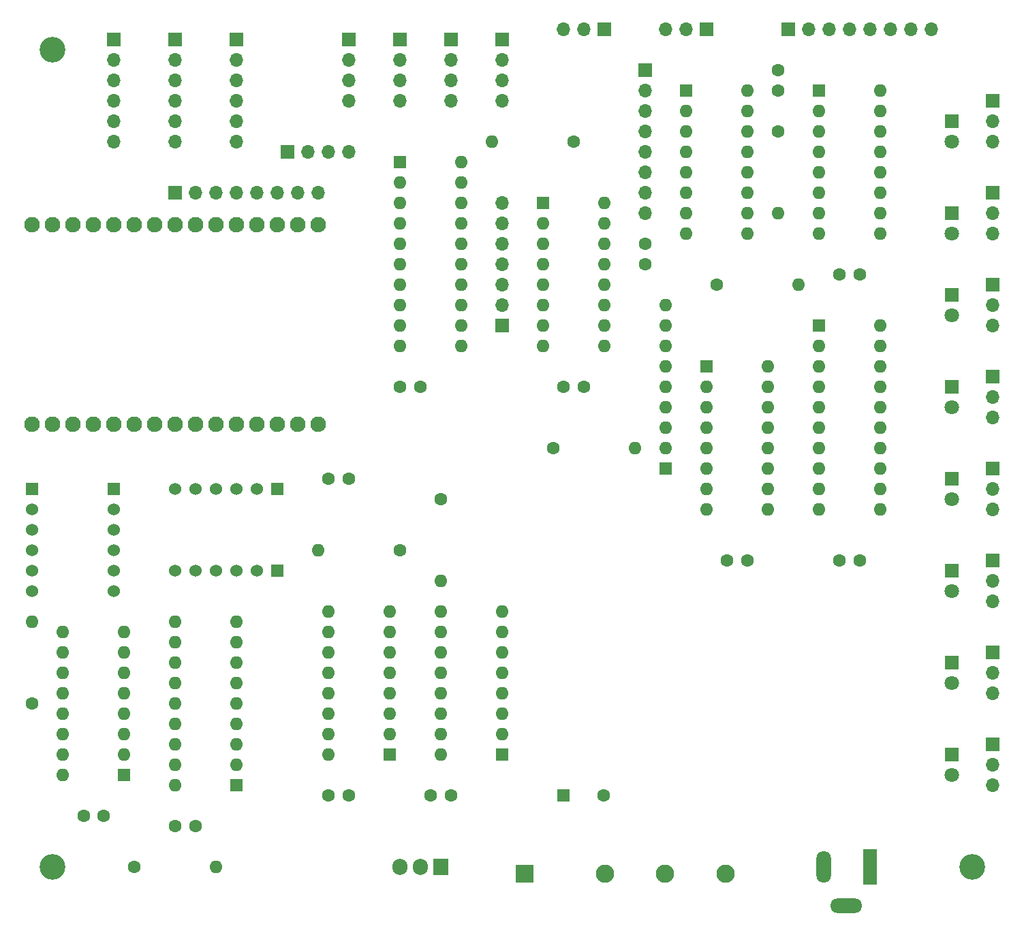
<source format=gbr>
%TF.GenerationSoftware,KiCad,Pcbnew,5.1.12-84ad8e8a86~92~ubuntu20.04.1*%
%TF.CreationDate,2021-11-23T15:55:34+01:00*%
%TF.ProjectId,ESP32wShiftRegisters,45535033-3277-4536-9869-667452656769,rev?*%
%TF.SameCoordinates,Original*%
%TF.FileFunction,Soldermask,Top*%
%TF.FilePolarity,Negative*%
%FSLAX46Y46*%
G04 Gerber Fmt 4.6, Leading zero omitted, Abs format (unit mm)*
G04 Created by KiCad (PCBNEW 5.1.12-84ad8e8a86~92~ubuntu20.04.1) date 2021-11-23 15:55:34*
%MOMM*%
%LPD*%
G01*
G04 APERTURE LIST*
%ADD10R,1.800000X4.400000*%
%ADD11O,1.800000X4.000000*%
%ADD12O,4.000000X1.800000*%
%ADD13O,1.600000X1.600000*%
%ADD14R,1.600000X1.600000*%
%ADD15C,1.800000*%
%ADD16R,1.800000X1.800000*%
%ADD17O,1.905000X2.000000*%
%ADD18R,1.905000X2.000000*%
%ADD19C,1.524000*%
%ADD20R,1.524000X1.524000*%
%ADD21C,1.930400*%
%ADD22C,1.600000*%
%ADD23O,1.700000X1.700000*%
%ADD24R,1.700000X1.700000*%
%ADD25C,3.200000*%
%ADD26C,2.270000*%
%ADD27R,2.270000X2.270000*%
G04 APERTURE END LIST*
D10*
%TO.C,J23*%
X120650000Y-121920000D03*
D11*
X114850000Y-121920000D03*
D12*
X117650000Y-126720000D03*
%TD*%
D13*
%TO.C,RN1*%
X95250000Y-52070000D03*
X95250000Y-54610000D03*
X95250000Y-57150000D03*
X95250000Y-59690000D03*
X95250000Y-62230000D03*
X95250000Y-64770000D03*
X95250000Y-67310000D03*
X95250000Y-69850000D03*
D14*
X95250000Y-72390000D03*
%TD*%
D15*
%TO.C,D8*%
X130810000Y-110490000D03*
D16*
X130810000Y-107950000D03*
%TD*%
D15*
%TO.C,D7*%
X130810000Y-99060000D03*
D16*
X130810000Y-96520000D03*
%TD*%
D15*
%TO.C,D6*%
X130810000Y-87630000D03*
D16*
X130810000Y-85090000D03*
%TD*%
D15*
%TO.C,D5*%
X130810000Y-76200000D03*
D16*
X130810000Y-73660000D03*
%TD*%
D15*
%TO.C,D4*%
X130810000Y-64770000D03*
D16*
X130810000Y-62230000D03*
%TD*%
D15*
%TO.C,D3*%
X130810000Y-53340000D03*
D16*
X130810000Y-50800000D03*
%TD*%
D15*
%TO.C,D2*%
X130810000Y-43180000D03*
D16*
X130810000Y-40640000D03*
%TD*%
D15*
%TO.C,D1*%
X130810000Y-31750000D03*
D16*
X130810000Y-29210000D03*
%TD*%
D17*
%TO.C,U14*%
X62230000Y-121920000D03*
X64770000Y-121920000D03*
D18*
X67310000Y-121920000D03*
%TD*%
D13*
%TO.C,U13*%
X67310000Y-107950000D03*
X74930000Y-90170000D03*
X67310000Y-105410000D03*
X74930000Y-92710000D03*
X67310000Y-102870000D03*
X74930000Y-95250000D03*
X67310000Y-100330000D03*
X74930000Y-97790000D03*
X67310000Y-97790000D03*
X74930000Y-100330000D03*
X67310000Y-95250000D03*
X74930000Y-102870000D03*
X67310000Y-92710000D03*
X74930000Y-105410000D03*
X67310000Y-90170000D03*
D14*
X74930000Y-107950000D03*
%TD*%
D13*
%TO.C,U12*%
X34290000Y-111760000D03*
X41910000Y-91440000D03*
X34290000Y-109220000D03*
X41910000Y-93980000D03*
X34290000Y-106680000D03*
X41910000Y-96520000D03*
X34290000Y-104140000D03*
X41910000Y-99060000D03*
X34290000Y-101600000D03*
X41910000Y-101600000D03*
X34290000Y-99060000D03*
X41910000Y-104140000D03*
X34290000Y-96520000D03*
X41910000Y-106680000D03*
X34290000Y-93980000D03*
X41910000Y-109220000D03*
X34290000Y-91440000D03*
D14*
X41910000Y-111760000D03*
%TD*%
D13*
%TO.C,U11*%
X121920000Y-25400000D03*
X114300000Y-43180000D03*
X121920000Y-27940000D03*
X114300000Y-40640000D03*
X121920000Y-30480000D03*
X114300000Y-38100000D03*
X121920000Y-33020000D03*
X114300000Y-35560000D03*
X121920000Y-35560000D03*
X114300000Y-33020000D03*
X121920000Y-38100000D03*
X114300000Y-30480000D03*
X121920000Y-40640000D03*
X114300000Y-27940000D03*
X121920000Y-43180000D03*
D14*
X114300000Y-25400000D03*
%TD*%
D13*
%TO.C,U10*%
X20320000Y-110490000D03*
X27940000Y-92710000D03*
X20320000Y-107950000D03*
X27940000Y-95250000D03*
X20320000Y-105410000D03*
X27940000Y-97790000D03*
X20320000Y-102870000D03*
X27940000Y-100330000D03*
X20320000Y-100330000D03*
X27940000Y-102870000D03*
X20320000Y-97790000D03*
X27940000Y-105410000D03*
X20320000Y-95250000D03*
X27940000Y-107950000D03*
X20320000Y-92710000D03*
D14*
X27940000Y-110490000D03*
%TD*%
D13*
%TO.C,U9*%
X53340000Y-107950000D03*
X60960000Y-90170000D03*
X53340000Y-105410000D03*
X60960000Y-92710000D03*
X53340000Y-102870000D03*
X60960000Y-95250000D03*
X53340000Y-100330000D03*
X60960000Y-97790000D03*
X53340000Y-97790000D03*
X60960000Y-100330000D03*
X53340000Y-95250000D03*
X60960000Y-102870000D03*
X53340000Y-92710000D03*
X60960000Y-105410000D03*
X53340000Y-90170000D03*
D14*
X60960000Y-107950000D03*
%TD*%
D13*
%TO.C,U8*%
X107950000Y-59690000D03*
X100330000Y-77470000D03*
X107950000Y-62230000D03*
X100330000Y-74930000D03*
X107950000Y-64770000D03*
X100330000Y-72390000D03*
X107950000Y-67310000D03*
X100330000Y-69850000D03*
X107950000Y-69850000D03*
X100330000Y-67310000D03*
X107950000Y-72390000D03*
X100330000Y-64770000D03*
X107950000Y-74930000D03*
X100330000Y-62230000D03*
X107950000Y-77470000D03*
D14*
X100330000Y-59690000D03*
%TD*%
D19*
%TO.C,U7*%
X26670000Y-87630000D03*
X26670000Y-85090000D03*
X26670000Y-82550000D03*
X26670000Y-80010000D03*
X26670000Y-77470000D03*
D20*
X26670000Y-74930000D03*
D19*
X16510000Y-87630000D03*
X16510000Y-85090000D03*
X16510000Y-82550000D03*
X16510000Y-80010000D03*
X16510000Y-77470000D03*
D20*
X16510000Y-74930000D03*
%TD*%
D19*
%TO.C,U6*%
X34290000Y-85090000D03*
X36830000Y-85090000D03*
X39370000Y-85090000D03*
X41910000Y-85090000D03*
X44450000Y-85090000D03*
D20*
X46990000Y-85090000D03*
D19*
X34290000Y-74930000D03*
X36830000Y-74930000D03*
X39370000Y-74930000D03*
X41910000Y-74930000D03*
X44450000Y-74930000D03*
D20*
X46990000Y-74930000D03*
%TD*%
D21*
%TO.C,U5*%
X52060000Y-42110000D03*
X49520000Y-42110000D03*
X46980000Y-42110000D03*
X44440000Y-42110000D03*
X41900000Y-42110000D03*
X39360000Y-42110000D03*
X36820000Y-42110000D03*
X34280000Y-42110000D03*
X31740000Y-42110000D03*
X29200000Y-42110000D03*
X26660000Y-42110000D03*
X24120000Y-42110000D03*
X21580000Y-42110000D03*
X19040000Y-42110000D03*
X16500000Y-42110000D03*
X52060000Y-66880000D03*
X49520000Y-66880000D03*
X46980000Y-66880000D03*
X44440000Y-66880000D03*
X41900000Y-66880000D03*
X39360000Y-66880000D03*
X36820000Y-66880000D03*
X34280000Y-66880000D03*
X31740000Y-66880000D03*
X29200000Y-66880000D03*
X26660000Y-66880000D03*
X24120000Y-66880000D03*
X21580000Y-66880000D03*
X19040000Y-66880000D03*
X16500000Y-66880000D03*
%TD*%
D13*
%TO.C,U4*%
X69850000Y-34290000D03*
X62230000Y-57150000D03*
X69850000Y-36830000D03*
X62230000Y-54610000D03*
X69850000Y-39370000D03*
X62230000Y-52070000D03*
X69850000Y-41910000D03*
X62230000Y-49530000D03*
X69850000Y-44450000D03*
X62230000Y-46990000D03*
X69850000Y-46990000D03*
X62230000Y-44450000D03*
X69850000Y-49530000D03*
X62230000Y-41910000D03*
X69850000Y-52070000D03*
X62230000Y-39370000D03*
X69850000Y-54610000D03*
X62230000Y-36830000D03*
X69850000Y-57150000D03*
D14*
X62230000Y-34290000D03*
%TD*%
D13*
%TO.C,U3*%
X121920000Y-54610000D03*
X114300000Y-77470000D03*
X121920000Y-57150000D03*
X114300000Y-74930000D03*
X121920000Y-59690000D03*
X114300000Y-72390000D03*
X121920000Y-62230000D03*
X114300000Y-69850000D03*
X121920000Y-64770000D03*
X114300000Y-67310000D03*
X121920000Y-67310000D03*
X114300000Y-64770000D03*
X121920000Y-69850000D03*
X114300000Y-62230000D03*
X121920000Y-72390000D03*
X114300000Y-59690000D03*
X121920000Y-74930000D03*
X114300000Y-57150000D03*
X121920000Y-77470000D03*
D14*
X114300000Y-54610000D03*
%TD*%
D13*
%TO.C,U2*%
X87630000Y-39370000D03*
X80010000Y-57150000D03*
X87630000Y-41910000D03*
X80010000Y-54610000D03*
X87630000Y-44450000D03*
X80010000Y-52070000D03*
X87630000Y-46990000D03*
X80010000Y-49530000D03*
X87630000Y-49530000D03*
X80010000Y-46990000D03*
X87630000Y-52070000D03*
X80010000Y-44450000D03*
X87630000Y-54610000D03*
X80010000Y-41910000D03*
X87630000Y-57150000D03*
D14*
X80010000Y-39370000D03*
%TD*%
D13*
%TO.C,U1*%
X105410000Y-25400000D03*
X97790000Y-43180000D03*
X105410000Y-27940000D03*
X97790000Y-40640000D03*
X105410000Y-30480000D03*
X97790000Y-38100000D03*
X105410000Y-33020000D03*
X97790000Y-35560000D03*
X105410000Y-35560000D03*
X97790000Y-33020000D03*
X105410000Y-38100000D03*
X97790000Y-30480000D03*
X105410000Y-40640000D03*
X97790000Y-27940000D03*
X105410000Y-43180000D03*
D14*
X97790000Y-25400000D03*
%TD*%
D13*
%TO.C,R8*%
X67310000Y-86360000D03*
D22*
X67310000Y-76200000D03*
%TD*%
D13*
%TO.C,R7*%
X52070000Y-82550000D03*
D22*
X62230000Y-82550000D03*
%TD*%
D13*
%TO.C,R6*%
X39370000Y-121920000D03*
D22*
X29210000Y-121920000D03*
%TD*%
D13*
%TO.C,R5*%
X16510000Y-91440000D03*
D22*
X16510000Y-101600000D03*
%TD*%
D13*
%TO.C,R4*%
X73660000Y-31750000D03*
D22*
X83820000Y-31750000D03*
%TD*%
D13*
%TO.C,R3*%
X109220000Y-40640000D03*
D22*
X109220000Y-30480000D03*
%TD*%
D13*
%TO.C,R2*%
X91440000Y-69850000D03*
D22*
X81280000Y-69850000D03*
%TD*%
D13*
%TO.C,R1*%
X111760000Y-49530000D03*
D22*
X101600000Y-49530000D03*
%TD*%
D23*
%TO.C,J22*%
X82550000Y-17780000D03*
X85090000Y-17780000D03*
D24*
X87630000Y-17780000D03*
%TD*%
D23*
%TO.C,J21*%
X95250000Y-17780000D03*
X97790000Y-17780000D03*
D24*
X100330000Y-17780000D03*
%TD*%
D23*
%TO.C,J20*%
X135890000Y-111760000D03*
X135890000Y-109220000D03*
D24*
X135890000Y-106680000D03*
%TD*%
D23*
%TO.C,J19*%
X55880000Y-26670000D03*
X55880000Y-24130000D03*
X55880000Y-21590000D03*
D24*
X55880000Y-19050000D03*
%TD*%
D23*
%TO.C,J18*%
X135890000Y-100330000D03*
X135890000Y-97790000D03*
D24*
X135890000Y-95250000D03*
%TD*%
D23*
%TO.C,J17*%
X52070000Y-38100000D03*
X49530000Y-38100000D03*
X46990000Y-38100000D03*
X44450000Y-38100000D03*
X41910000Y-38100000D03*
X39370000Y-38100000D03*
X36830000Y-38100000D03*
D24*
X34290000Y-38100000D03*
%TD*%
D23*
%TO.C,J16*%
X41910000Y-31750000D03*
X41910000Y-29210000D03*
X41910000Y-26670000D03*
X41910000Y-24130000D03*
X41910000Y-21590000D03*
D24*
X41910000Y-19050000D03*
%TD*%
D23*
%TO.C,J15*%
X74930000Y-39370000D03*
X74930000Y-41910000D03*
X74930000Y-44450000D03*
X74930000Y-46990000D03*
X74930000Y-49530000D03*
X74930000Y-52070000D03*
D24*
X74930000Y-54610000D03*
%TD*%
D23*
%TO.C,J14*%
X62230000Y-26670000D03*
X62230000Y-24130000D03*
X62230000Y-21590000D03*
D24*
X62230000Y-19050000D03*
%TD*%
D23*
%TO.C,J13*%
X135890000Y-88900000D03*
X135890000Y-86360000D03*
D24*
X135890000Y-83820000D03*
%TD*%
D23*
%TO.C,J12*%
X34290000Y-31750000D03*
X34290000Y-29210000D03*
X34290000Y-26670000D03*
X34290000Y-24130000D03*
X34290000Y-21590000D03*
D24*
X34290000Y-19050000D03*
%TD*%
D23*
%TO.C,J11*%
X74930000Y-26670000D03*
X74930000Y-24130000D03*
X74930000Y-21590000D03*
D24*
X74930000Y-19050000D03*
%TD*%
D23*
%TO.C,J10*%
X135890000Y-77470000D03*
X135890000Y-74930000D03*
D24*
X135890000Y-72390000D03*
%TD*%
D23*
%TO.C,J9*%
X135890000Y-66040000D03*
X135890000Y-63500000D03*
D24*
X135890000Y-60960000D03*
%TD*%
D23*
%TO.C,J8*%
X26670000Y-31750000D03*
X26670000Y-29210000D03*
X26670000Y-26670000D03*
X26670000Y-24130000D03*
X26670000Y-21590000D03*
D24*
X26670000Y-19050000D03*
%TD*%
D23*
%TO.C,J7*%
X68580000Y-26670000D03*
X68580000Y-24130000D03*
X68580000Y-21590000D03*
D24*
X68580000Y-19050000D03*
%TD*%
D23*
%TO.C,J6*%
X135890000Y-54610000D03*
X135890000Y-52070000D03*
D24*
X135890000Y-49530000D03*
%TD*%
D23*
%TO.C,J5*%
X135890000Y-43180000D03*
X135890000Y-40640000D03*
D24*
X135890000Y-38100000D03*
%TD*%
D23*
%TO.C,J4*%
X135890000Y-31750000D03*
X135890000Y-29210000D03*
D24*
X135890000Y-26670000D03*
%TD*%
D23*
%TO.C,J3*%
X128270000Y-17780000D03*
X125730000Y-17780000D03*
X123190000Y-17780000D03*
X120650000Y-17780000D03*
X118110000Y-17780000D03*
X115570000Y-17780000D03*
X113030000Y-17780000D03*
D24*
X110490000Y-17780000D03*
%TD*%
D23*
%TO.C,J2*%
X55880000Y-33020000D03*
X53340000Y-33020000D03*
X50800000Y-33020000D03*
D24*
X48260000Y-33020000D03*
%TD*%
D23*
%TO.C,J1*%
X92710000Y-40640000D03*
X92710000Y-38100000D03*
X92710000Y-35560000D03*
X92710000Y-33020000D03*
X92710000Y-30480000D03*
X92710000Y-27940000D03*
X92710000Y-25400000D03*
D24*
X92710000Y-22860000D03*
%TD*%
D25*
%TO.C,H4*%
X19050000Y-20320000D03*
%TD*%
%TO.C,H2*%
X19050000Y-121920000D03*
%TD*%
%TO.C,H1*%
X133350000Y-121920000D03*
%TD*%
D26*
%TO.C,D9*%
X102670000Y-122770000D03*
X95170000Y-122770000D03*
X87670000Y-122770000D03*
D27*
X77670000Y-122770000D03*
%TD*%
D22*
%TO.C,C13*%
X87550000Y-113030000D03*
D14*
X82550000Y-113030000D03*
%TD*%
D22*
%TO.C,C12*%
X109220000Y-22860000D03*
X109220000Y-25360000D03*
%TD*%
%TO.C,C11*%
X55840000Y-113030000D03*
X53340000Y-113030000D03*
%TD*%
%TO.C,C10*%
X85050000Y-62230000D03*
X82550000Y-62230000D03*
%TD*%
%TO.C,C9*%
X55840000Y-73660000D03*
X53340000Y-73660000D03*
%TD*%
%TO.C,C8*%
X92710000Y-44490000D03*
X92710000Y-46990000D03*
%TD*%
%TO.C,C7*%
X105370000Y-83820000D03*
X102870000Y-83820000D03*
%TD*%
%TO.C,C6*%
X119340000Y-48260000D03*
X116840000Y-48260000D03*
%TD*%
%TO.C,C5*%
X68540000Y-113030000D03*
X66040000Y-113030000D03*
%TD*%
%TO.C,C4*%
X25400000Y-115570000D03*
X22900000Y-115570000D03*
%TD*%
%TO.C,C3*%
X36790000Y-116840000D03*
X34290000Y-116840000D03*
%TD*%
%TO.C,C2*%
X119340000Y-83820000D03*
X116840000Y-83820000D03*
%TD*%
%TO.C,C1*%
X64730000Y-62230000D03*
X62230000Y-62230000D03*
%TD*%
M02*

</source>
